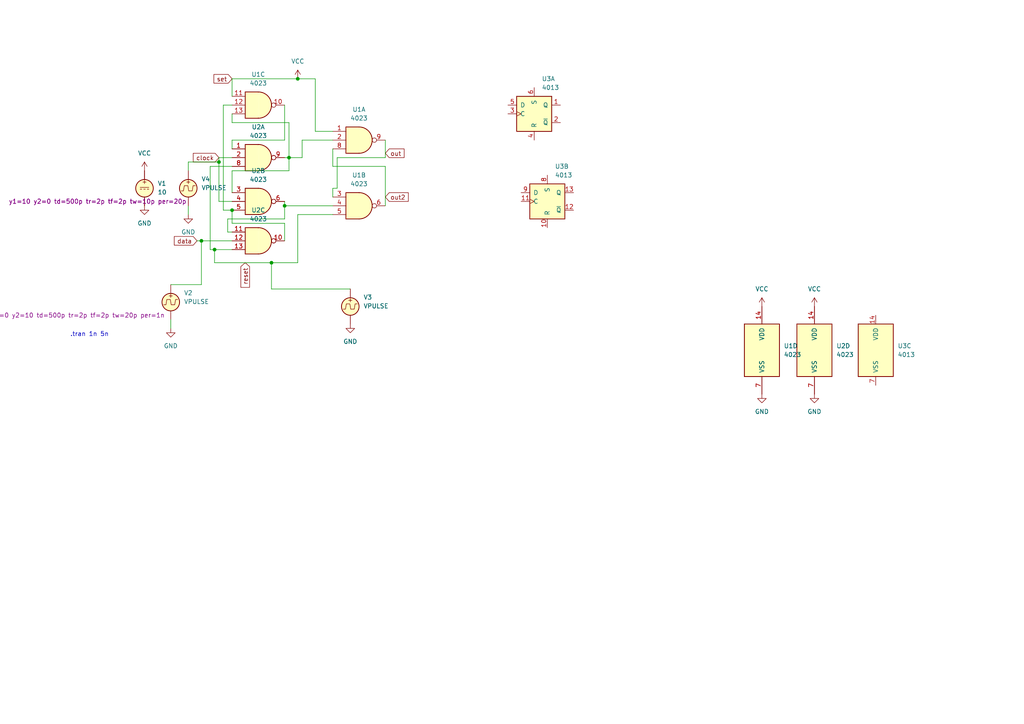
<source format=kicad_sch>
(kicad_sch (version 20230121) (generator eeschema)
  (paper "A4")
  (lib_symbols
    (symbol "4xxx:4013" (pin_names (offset 1.016))
      (property "Reference" "U" (at -7.62 8.89 0))
      (property "Value" "4013" (at -7.62 -8.89 0))
      (symbol "4013_1_1"
        (rectangle (start -5.08 5.08) (end 5.08 -5.08) (stroke (width 0.254)) (fill (type background)))
        (pin output line (at 7.62 2.54 180) (length 2.54) (name "Q") (number "1"))
        (pin output line (at 7.62 -2.54 180) (length 2.54) (name "~{Q}") (number "2"))
        (pin input clock (at -7.62 0 0) (length 2.54) (name "C") (number "3"))
        (pin input line (at 0 -7.62 90) (length 2.54) (name "R") (number "4"))
        (pin input line (at -7.62 2.54 0) (length 2.54) (name "D") (number "5"))
        (pin input line (at 0 7.62 270) (length 2.54) (name "S") (number "6"))
      )
      (symbol "4013_2_1"
        (rectangle (start -5.08 5.08) (end 5.08 -5.08) (stroke (width 0.254)) (fill (type background)))
        (pin input line (at 0 -7.62 90) (length 2.54) (name "R") (number "10"))
        (pin input clock (at -7.62 0 0) (length 2.54) (name "C") (number "11"))
        (pin output line (at 7.62 -2.54 180) (length 2.54) (name "~{Q}") (number "12"))
        (pin output line (at 7.62 2.54 180) (length 2.54) (name "Q") (number "13"))
        (pin input line (at 0 7.62 270) (length 2.54) (name "S") (number "8"))
        (pin input line (at -7.62 2.54 0) (length 2.54) (name "D") (number "9"))
      )
      (symbol "4013_3_0"
        (pin power_in line (at 0 10.16 270) (length 2.54) (name "VDD") (number "14"))
        (pin power_in line (at 0 -10.16 90) (length 2.54) (name "VSS") (number "7"))
      )
      (symbol "4013_3_1"
        (rectangle (start -5.08 7.62) (end 5.08 -7.62) (stroke (width 0.254)) (fill (type background)))
      )
    )
    (symbol "4xxx:4023" (pin_names (offset 1.016))
      (property "Reference" "U" (at 0 1.27 0))
      (property "Value" "4023" (at 0 -1.27 0))
      (symbol "4023_1_1"
        (arc (start 0 -3.81) (mid 3.7934 0) (end 0 3.81) (stroke (width 0.254)) (fill (type background)))
        (polyline (pts (xy 0 3.81) (xy -3.81 3.81) (xy -3.81 -3.81) (xy 0 -3.81)) (stroke (width 0.254)) (fill (type background)))
        (pin input line (at -7.62 2.54 0) (length 3.81) (name "~") (number "1"))
        (pin input line (at -7.62 0 0) (length 3.81) (name "~") (number "2"))
        (pin input line (at -7.62 -2.54 0) (length 3.81) (name "~") (number "8"))
        (pin output inverted (at 7.62 0 180) (length 3.81) (name "~") (number "9"))
      )
      (symbol "4023_1_2"
        (arc (start -3.81 -3.81) (mid -2.589 0) (end -3.81 3.81) (stroke (width 0.254)))
        (arc (start -0.6096 -3.81) (mid 2.1842 -2.5851) (end 3.81 0) (stroke (width 0.254)) (fill (type background)))
        (polyline (pts (xy -3.81 -3.81) (xy -0.635 -3.81)) (stroke (width 0.254)) (fill (type background)))
        (polyline (pts (xy -3.81 3.81) (xy -0.635 3.81)) (stroke (width 0.254)) (fill (type background)))
        (polyline (pts (xy -0.635 3.81) (xy -3.81 3.81) (xy -3.81 3.81) (xy -3.556 3.4036) (xy -3.0226 2.2606) (xy -2.6924 1.0414) (xy -2.6162 -0.254) (xy -2.7686 -1.4986) (xy -3.175 -2.7178) (xy -3.81 -3.81) (xy -3.81 -3.81) (xy -0.635 -3.81)) (stroke (width -25.4)) (fill (type background)))
        (arc (start 3.81 0) (mid 2.1915 2.5936) (end -0.6096 3.81) (stroke (width 0.254)) (fill (type background)))
        (pin input inverted (at -7.62 2.54 0) (length 4.318) (name "~") (number "1"))
        (pin input inverted (at -7.62 0 0) (length 4.953) (name "~") (number "2"))
        (pin input inverted (at -7.62 -2.54 0) (length 4.318) (name "~") (number "8"))
        (pin output line (at 7.62 0 180) (length 3.81) (name "~") (number "9"))
      )
      (symbol "4023_2_1"
        (arc (start 0 -3.81) (mid 3.7934 0) (end 0 3.81) (stroke (width 0.254)) (fill (type background)))
        (polyline (pts (xy 0 3.81) (xy -3.81 3.81) (xy -3.81 -3.81) (xy 0 -3.81)) (stroke (width 0.254)) (fill (type background)))
        (pin input line (at -7.62 2.54 0) (length 3.81) (name "~") (number "3"))
        (pin input line (at -7.62 0 0) (length 3.81) (name "~") (number "4"))
        (pin input line (at -7.62 -2.54 0) (length 3.81) (name "~") (number "5"))
        (pin output inverted (at 7.62 0 180) (length 3.81) (name "~") (number "6"))
      )
      (symbol "4023_2_2"
        (arc (start -3.81 -3.81) (mid -2.589 0) (end -3.81 3.81) (stroke (width 0.254)))
        (arc (start -0.6096 -3.81) (mid 2.1842 -2.5851) (end 3.81 0) (stroke (width 0.254)) (fill (type background)))
        (polyline (pts (xy -3.81 -3.81) (xy -0.635 -3.81)) (stroke (width 0.254)) (fill (type background)))
        (polyline (pts (xy -3.81 3.81) (xy -0.635 3.81)) (stroke (width 0.254)) (fill (type background)))
        (polyline (pts (xy -0.635 3.81) (xy -3.81 3.81) (xy -3.81 3.81) (xy -3.556 3.4036) (xy -3.0226 2.2606) (xy -2.6924 1.0414) (xy -2.6162 -0.254) (xy -2.7686 -1.4986) (xy -3.175 -2.7178) (xy -3.81 -3.81) (xy -3.81 -3.81) (xy -0.635 -3.81)) (stroke (width -25.4)) (fill (type background)))
        (arc (start 3.81 0) (mid 2.1915 2.5936) (end -0.6096 3.81) (stroke (width 0.254)) (fill (type background)))
        (pin input inverted (at -7.62 2.54 0) (length 4.318) (name "~") (number "3"))
        (pin input inverted (at -7.62 0 0) (length 4.953) (name "~") (number "4"))
        (pin input inverted (at -7.62 -2.54 0) (length 4.318) (name "~") (number "5"))
        (pin output line (at 7.62 0 180) (length 3.81) (name "~") (number "6"))
      )
      (symbol "4023_3_1"
        (arc (start 0 -3.81) (mid 3.7934 0) (end 0 3.81) (stroke (width 0.254)) (fill (type background)))
        (polyline (pts (xy 0 3.81) (xy -3.81 3.81) (xy -3.81 -3.81) (xy 0 -3.81)) (stroke (width 0.254)) (fill (type background)))
        (pin output inverted (at 7.62 0 180) (length 3.81) (name "~") (number "10"))
        (pin input line (at -7.62 2.54 0) (length 3.81) (name "~") (number "11"))
        (pin input line (at -7.62 0 0) (length 3.81) (name "~") (number "12"))
        (pin input line (at -7.62 -2.54 0) (length 3.81) (name "~") (number "13"))
      )
      (symbol "4023_3_2"
        (arc (start -3.81 -3.81) (mid -2.589 0) (end -3.81 3.81) (stroke (width 0.254)))
        (arc (start -0.6096 -3.81) (mid 2.1842 -2.5851) (end 3.81 0) (stroke (width 0.254)) (fill (type background)))
        (polyline (pts (xy -3.81 -3.81) (xy -0.635 -3.81)) (stroke (width 0.254)) (fill (type background)))
        (polyline (pts (xy -3.81 3.81) (xy -0.635 3.81)) (stroke (width 0.254)) (fill (type background)))
        (polyline (pts (xy -0.635 3.81) (xy -3.81 3.81) (xy -3.81 3.81) (xy -3.556 3.4036) (xy -3.0226 2.2606) (xy -2.6924 1.0414) (xy -2.6162 -0.254) (xy -2.7686 -1.4986) (xy -3.175 -2.7178) (xy -3.81 -3.81) (xy -3.81 -3.81) (xy -0.635 -3.81)) (stroke (width -25.4)) (fill (type background)))
        (arc (start 3.81 0) (mid 2.1915 2.5936) (end -0.6096 3.81) (stroke (width 0.254)) (fill (type background)))
        (pin output line (at 7.62 0 180) (length 3.81) (name "~") (number "10"))
        (pin input inverted (at -7.62 2.54 0) (length 4.318) (name "~") (number "11"))
        (pin input inverted (at -7.62 0 0) (length 4.953) (name "~") (number "12"))
        (pin input inverted (at -7.62 -2.54 0) (length 4.318) (name "~") (number "13"))
      )
      (symbol "4023_4_0"
        (pin power_in line (at 0 12.7 270) (length 5.08) (name "VDD") (number "14"))
        (pin power_in line (at 0 -12.7 90) (length 5.08) (name "VSS") (number "7"))
      )
      (symbol "4023_4_1"
        (rectangle (start -5.08 7.62) (end 5.08 -7.62) (stroke (width 0.254)) (fill (type background)))
      )
    )
    (symbol "Simulation_SPICE:VDC" (pin_numbers hide) (pin_names (offset 0.0254))
      (property "Reference" "V" (at 2.54 2.54 0))
      (property "Value" "1" (at 2.54 0 0))
      (symbol "VDC_0_0"
        (polyline (pts (xy -1.27 0.254) (xy 1.27 0.254)))
        (polyline (pts (xy -0.762 -0.254) (xy -1.27 -0.254)))
        (polyline (pts (xy 0.254 -0.254) (xy -0.254 -0.254)))
        (polyline (pts (xy 1.27 -0.254) (xy 0.762 -0.254)))
        (text "+" (at 0 1.905 0) (effects (font (size 1.27 1.27))))
      )
      (symbol "VDC_0_1"
        (circle (center 0 0) (radius 2.54) (stroke (width 0.254)) (fill (type background)))
      )
      (symbol "VDC_1_1"
        (pin passive line (at 0 5.08 270) (length 2.54) (name "~") (number "1"))
        (pin passive line (at 0 -5.08 90) (length 2.54) (name "~") (number "2"))
      )
    )
    (symbol "Simulation_SPICE:VPULSE" (pin_numbers hide) (pin_names (offset 0.0254))
      (property "Reference" "V" (at 2.54 2.54 0))
      (property "Value" "VPULSE" (at 2.54 0 0))
      (property "Sim.Params" "y1=0 y2=1 td=2n tr=2n tf=2n tw=50n per=100n" (at 2.54 -2.54 0))
      (symbol "VPULSE_0_0"
        (polyline (pts (xy -2.032 -0.762) (xy -1.397 -0.762) (xy -1.143 0.762) (xy -0.127 0.762) (xy 0.127 -0.762) (xy 1.143 -0.762) (xy 1.397 0.762) (xy 2.032 0.762)))
        (text "+" (at 0 1.905 0) (effects (font (size 1.27 1.27))))
      )
      (symbol "VPULSE_0_1"
        (circle (center 0 0) (radius 2.54) (stroke (width 0.254)) (fill (type background)))
      )
      (symbol "VPULSE_1_1"
        (pin passive line (at 0 5.08 270) (length 2.54) (name "~") (number "1"))
        (pin passive line (at 0 -5.08 90) (length 2.54) (name "~") (number "2"))
      )
    )
    (symbol "power:GND" (power) (pin_names (offset 0))
      (property "Value" "GND" (at 0 -3.81 0))
      (symbol "GND_0_1"
        (polyline (pts (xy 0 0) (xy 0 -1.27) (xy 1.27 -1.27) (xy 0 -2.54) (xy -1.27 -1.27) (xy 0 -1.27)))
      )
      (symbol "GND_1_1"
        (pin power_in line (at 0 0 270) (length 0) hide (name "GND") (number "1"))
      )
    )
    (symbol "power:VCC" (power) (pin_names (offset 0))
      (property "Value" "VCC" (at 0 3.81 0))
      (symbol "VCC_0_1"
        (polyline (pts (xy -0.762 1.27) (xy 0 2.54)))
        (polyline (pts (xy 0 0) (xy 0 2.54)))
        (polyline (pts (xy 0 2.54) (xy 0.762 1.27)))
      )
      (symbol "VCC_1_1"
        (pin power_in line (at 0 0 90) (length 0) hide (name "VCC") (number "1"))
      )
    )
  )
  (junction (at 67.31 60.96))
  (junction (at 86.36 22.86))
  (junction (at 82.55 59.69))
  (junction (at 63.5 46.99))
  (junction (at 62.23 72.39))
  (junction (at 83.82 45.72))
  (junction (at 78.74 76.2))
  (junction (at 58.42 69.85))
  (wire (pts (xy 78.74 83.82) (xy 101.6 83.82)))
  (wire (pts (xy 60.96 48.26) (xy 60.96 72.39)))
  (wire (pts (xy 83.82 49.53) (xy 83.82 45.72)))
  (wire (pts (xy 64.77 60.96) (xy 67.31 60.96)))
  (wire (pts (xy 57.15 69.85) (xy 58.42 69.85)))
  (wire (pts (xy 82.55 59.69) (xy 96.52 59.69)))
  (wire (pts (xy 82.55 69.85) (xy 82.55 64.77)))
  (wire (pts (xy 111.76 40.64) (xy 111.76 45.72)))
  (wire (pts (xy 60.96 72.39) (xy 62.23 72.39)))
  (wire (pts (xy 66.04 67.31) (xy 67.31 67.31)))
  (wire (pts (xy 97.79 45.72) (xy 97.79 54.61)))
  (wire (pts (xy 96.52 40.64) (xy 87.63 40.64)))
  (wire (pts (xy 54.61 46.99) (xy 63.5 46.99)))
  (wire (pts (xy 54.61 49.53) (xy 54.61 46.99)))
  (wire (pts (xy 67.31 48.26) (xy 60.96 48.26)))
  (wire (pts (xy 54.61 59.69) (xy 54.61 62.23)))
  (wire (pts (xy 67.31 30.48) (xy 64.77 30.48)))
  (wire (pts (xy 91.44 38.1) (xy 91.44 22.86)))
  (wire (pts (xy 67.31 35.56) (xy 67.31 33.02)))
  (wire (pts (xy 82.55 63.5) (xy 66.04 63.5)))
  (wire (pts (xy 86.36 62.23) (xy 96.52 62.23)))
  (wire (pts (xy 82.55 30.48) (xy 82.55 40.64)))
  (wire (pts (xy 58.42 69.85) (xy 67.31 69.85)))
  (wire (pts (xy 67.31 40.64) (xy 67.31 43.18)))
  (wire (pts (xy 62.23 72.39) (xy 67.31 72.39)))
  (wire (pts (xy 62.23 72.39) (xy 62.23 76.2)))
  (wire (pts (xy 64.77 30.48) (xy 64.77 60.96)))
  (wire (pts (xy 63.5 45.72) (xy 67.31 45.72)))
  (wire (pts (xy 87.63 45.72) (xy 83.82 45.72)))
  (wire (pts (xy 49.53 82.55) (xy 58.42 82.55)))
  (wire (pts (xy 66.04 63.5) (xy 66.04 67.31)))
  (wire (pts (xy 67.31 22.86) (xy 67.31 27.94)))
  (wire (pts (xy 67.31 49.53) (xy 83.82 49.53)))
  (wire (pts (xy 87.63 40.64) (xy 87.63 45.72)))
  (wire (pts (xy 96.52 38.1) (xy 91.44 38.1)))
  (wire (pts (xy 82.55 58.42) (xy 82.55 59.69)))
  (wire (pts (xy 49.53 95.25) (xy 49.53 92.71)))
  (wire (pts (xy 78.74 76.2) (xy 62.23 76.2)))
  (wire (pts (xy 82.55 59.69) (xy 82.55 63.5)))
  (wire (pts (xy 63.5 58.42) (xy 63.5 46.99)))
  (wire (pts (xy 86.36 62.23) (xy 86.36 76.2)))
  (wire (pts (xy 86.36 76.2) (xy 78.74 76.2)))
  (wire (pts (xy 82.55 40.64) (xy 67.31 40.64)))
  (wire (pts (xy 111.76 45.72) (xy 97.79 45.72)))
  (wire (pts (xy 67.31 64.77) (xy 67.31 60.96)))
  (wire (pts (xy 86.36 22.86) (xy 67.31 22.86)))
  (wire (pts (xy 96.52 54.61) (xy 96.52 57.15)))
  (wire (pts (xy 82.55 64.77) (xy 67.31 64.77)))
  (wire (pts (xy 111.76 48.26) (xy 96.52 48.26)))
  (wire (pts (xy 82.55 45.72) (xy 83.82 45.72)))
  (wire (pts (xy 78.74 83.82) (xy 78.74 76.2)))
  (wire (pts (xy 67.31 58.42) (xy 63.5 58.42)))
  (wire (pts (xy 58.42 82.55) (xy 58.42 69.85)))
  (wire (pts (xy 97.79 54.61) (xy 96.52 54.61)))
  (wire (pts (xy 63.5 46.99) (xy 63.5 45.72)))
  (wire (pts (xy 111.76 59.69) (xy 111.76 48.26)))
  (wire (pts (xy 83.82 35.56) (xy 67.31 35.56)))
  (wire (pts (xy 67.31 55.88) (xy 67.31 49.53)))
  (wire (pts (xy 96.52 48.26) (xy 96.52 43.18)))
  (wire (pts (xy 91.44 22.86) (xy 86.36 22.86)))
  (wire (pts (xy 83.82 45.72) (xy 83.82 35.56)))
  (text ".tran 1n 5n\n" (at 20.32 97.79 0) (effects (font (size 1.27 1.27)) (justify left bottom)))
  (global_label "reset" (shape input) (at 71.12 76.2 270) (property "Intersheetrefs" "${INTERSHEET_REFS}" (effects hide)))
  (global_label "out2" (shape input) (at 111.76 57.15 0) (property "Intersheetrefs" "${INTERSHEET_REFS}" (effects hide)))
  (global_label "out" (shape input) (at 111.76 44.45 0) (property "Intersheetrefs" "${INTERSHEET_REFS}" (effects hide)))
  (global_label "clock" (shape input) (at 63.5 45.72 180) (property "Intersheetrefs" "${INTERSHEET_REFS}" (effects hide)))
  (global_label "data" (shape input) (at 57.15 69.85 180) (property "Intersheetrefs" "${INTERSHEET_REFS}" (effects hide)))
  (global_label "set" (shape input) (at 67.31 22.86 180) (property "Intersheetrefs" "${INTERSHEET_REFS}" (effects hide)))
  (symbol (lib_id "4xxx:4023") (at 74.93 30.48 0) (unit 3)
    (property "Reference" "U1" (at 74.9217 21.59 0))
    (property "Value" "4023" (at 74.9217 24.13 0))
    (property "Datasheet" "http://www.intersil.com/content/dam/Intersil/documents/cd40/cd4011bms-12bms-23bms.pdf" (effects hide))
    (property "Sim.Library" "/home/kreijstal/git/elektronik-praktikum/5Te-Labor/5.3/test/4081.dual.lib" (effects hide))
    (property "Sim.Name" "nand3x3" (effects hide))
    (property "Sim.Device" "SUBCKT" (effects hide))
    (property "Sim.Pins" "1=A1 2=B1 3=A2 4=B2 5=C2 6=Y2 7=VSS 8=C1 9=Y1 10=Y3 11=A3 12=B3 13=C3 14=VDD" (effects hide))
  )
  (symbol (lib_id "power:VCC") (at 41.91 49.53 0) (unit 1)
    (property "Reference" "#PWR02" (effects hide))
    (property "Value" "VCC" (at 41.91 44.45 0))
  )
  (symbol (lib_id "Simulation_SPICE:VPULSE") (at 101.6 88.9 0) (unit 1)
    (property "Reference" "V3" (at 105.41 86.2302 0) (effects (justify left)))
    (property "Value" "VPULSE" (at 105.41 88.7702 0) (effects (justify left)))
    (property "Sim.Pins" "1=+ 2=-" (effects hide))
    (property "Sim.Type" "PULSE" (effects hide))
    (property "Sim.Device" "V" (effects hide))
    (property "Sim.Params" "y1=10 y2=0 td=20p tr=2p tf=2p tw=5p per=1n" (effects hide))
  )
  (symbol (lib_id "Simulation_SPICE:VDC") (at 41.91 54.61 0) (unit 1)
    (property "Reference" "V1" (at 45.72 53.2102 0) (effects (justify left)))
    (property "Value" "10" (at 45.72 55.7502 0) (effects (justify left)))
    (property "Sim.Pins" "1=+ 2=-" (effects hide))
    (property "Sim.Type" "DC" (effects hide))
    (property "Sim.Device" "V" (effects hide))
  )
  (symbol (lib_id "power:VCC") (at 236.22 88.9 0) (unit 1)
    (property "Reference" "#PWR07" (effects hide))
    (property "Value" "VCC" (at 236.22 83.82 0))
  )
  (symbol (lib_id "Simulation_SPICE:VPULSE") (at 49.53 87.63 0) (unit 1)
    (property "Reference" "V2" (at 53.34 84.9602 0) (effects (justify left)))
    (property "Value" "VPULSE" (at 53.34 87.5002 0) (effects (justify left)))
    (property "Sim.Pins" "1=+ 2=-" (effects hide))
    (property "Sim.Type" "PULSE" (effects hide))
    (property "Sim.Device" "V" (effects hide))
    (property "Sim.Params" "y1=0 y2=10 td=500p tr=2p tf=2p tw=20p per=1n" (at -2.54 91.44 0) (effects (justify left)))
  )
  (symbol (lib_id "4xxx:4013") (at 154.94 33.02 0) (unit 1)
    (property "Reference" "U3" (at 157.1341 22.86 0) (effects (justify left)))
    (property "Value" "4013" (at 157.1341 25.4 0) (effects (justify left)))
    (property "Datasheet" "http://www.onsemi.com/pub/Collateral/MC14013B-D.PDF" (effects hide))
    (property "Sim.Library" "/home/kreijstal/git/elektronik-praktikum/5Te-Labor/5.3/test/4081.dual.lib" (effects hide))
    (property "Sim.Name" "CD4013Bm" (effects hide))
    (property "Sim.Device" "SUBCKT" (effects hide))
    (property "Sim.Pins" "1=Q1 2=Q1N 3=CLOCK1 4=RESET1 5=D1 6=SET1 7=VSS 8=SET2 9=D2 10=RESET2 11=CLOCK2 12=Q2N 13=Q2 14=VDD" (effects hide))
  )
  (symbol (lib_id "power:GND") (at 220.98 114.3 0) (unit 1)
    (property "Reference" "#PWR010" (effects hide))
    (property "Value" "GND" (at 220.98 119.38 0))
  )
  (symbol (lib_id "4xxx:4013") (at 158.75 58.42 0) (unit 2)
    (property "Reference" "U3" (at 160.9441 48.26 0) (effects (justify left)))
    (property "Value" "4013" (at 160.9441 50.8 0) (effects (justify left)))
    (property "Datasheet" "http://www.onsemi.com/pub/Collateral/MC14013B-D.PDF" (effects hide))
    (property "Sim.Library" "/home/kreijstal/git/elektronik-praktikum/5Te-Labor/5.3/test/4081.dual.lib" (effects hide))
    (property "Sim.Name" "CD4013Bm" (effects hide))
    (property "Sim.Device" "SUBCKT" (effects hide))
    (property "Sim.Pins" "1=Q1 2=Q1N 3=CLOCK1 4=RESET1 5=D1 6=SET1 7=VSS 8=SET2 9=D2 10=RESET2 11=CLOCK2 12=Q2N 13=Q2 14=VDD" (effects hide))
  )
  (symbol (lib_id "4xxx:4023") (at 74.93 58.42 0) (unit 2)
    (property "Reference" "U2" (at 74.9217 49.53 0))
    (property "Value" "4023" (at 74.9217 52.07 0))
    (property "Datasheet" "http://www.intersil.com/content/dam/Intersil/documents/cd40/cd4011bms-12bms-23bms.pdf" (effects hide))
    (property "Sim.Library" "/home/kreijstal/git/elektronik-praktikum/5Te-Labor/5.3/test/4081.dual.lib" (effects hide))
    (property "Sim.Name" "nand3x3" (effects hide))
    (property "Sim.Device" "SUBCKT" (effects hide))
    (property "Sim.Pins" "1=A1 2=B1 3=A2 4=B2 5=C2 6=Y2 7=VSS 8=C1 9=Y1 10=Y3 11=A3 12=B3 13=C3 14=VDD" (effects hide))
  )
  (symbol (lib_id "4xxx:4023") (at 104.14 40.64 0) (unit 1)
    (property "Reference" "U1" (at 104.1317 31.75 0))
    (property "Value" "4023" (at 104.1317 34.29 0))
    (property "Datasheet" "http://www.intersil.com/content/dam/Intersil/documents/cd40/cd4011bms-12bms-23bms.pdf" (effects hide))
    (property "Sim.Library" "/home/kreijstal/git/elektronik-praktikum/5Te-Labor/5.3/test/4081.dual.lib" (effects hide))
    (property "Sim.Name" "nand3x3" (effects hide))
    (property "Sim.Device" "SUBCKT" (effects hide))
    (property "Sim.Pins" "1=A1 2=B1 3=A2 4=B2 5=C2 6=Y2 7=VSS 8=C1 9=Y1 10=Y3 11=A3 12=B3 13=C3 14=VDD" (effects hide))
  )
  (symbol (lib_id "4xxx:4023") (at 220.98 101.6 0) (unit 4)
    (property "Reference" "U1" (at 227.33 100.33 0) (effects (justify left)))
    (property "Value" "4023" (at 227.33 102.87 0) (effects (justify left)))
    (property "Datasheet" "http://www.intersil.com/content/dam/Intersil/documents/cd40/cd4011bms-12bms-23bms.pdf" (effects hide))
    (property "Sim.Library" "/home/kreijstal/git/elektronik-praktikum/5Te-Labor/5.3/test/4081.dual.lib" (effects hide))
    (property "Sim.Name" "nand3x3" (effects hide))
    (property "Sim.Device" "SUBCKT" (effects hide))
    (property "Sim.Pins" "1=A1 2=B1 3=A2 4=B2 5=C2 6=Y2 7=VSS 8=C1 9=Y1 10=Y3 11=A3 12=B3 13=C3 14=VDD" (effects hide))
  )
  (symbol (lib_id "4xxx:4013") (at 254 101.6 0) (unit 3)
    (property "Reference" "U3" (at 260.35 100.33 0) (effects (justify left)))
    (property "Value" "4013" (at 260.35 102.87 0) (effects (justify left)))
    (property "Datasheet" "http://www.onsemi.com/pub/Collateral/MC14013B-D.PDF" (effects hide))
    (property "Sim.Library" "/home/kreijstal/git/elektronik-praktikum/5Te-Labor/5.3/test/4081.dual.lib" (effects hide))
    (property "Sim.Name" "CD4013Bm" (effects hide))
    (property "Sim.Device" "SUBCKT" (effects hide))
    (property "Sim.Pins" "1=Q1 2=Q1N 3=CLOCK1 4=RESET1 5=D1 6=SET1 7=VSS 8=SET2 9=D2 10=RESET2 11=CLOCK2 12=Q2N 13=Q2 14=VDD" (effects hide))
  )
  (symbol (lib_id "4xxx:4023") (at 74.93 69.85 0) (unit 3)
    (property "Reference" "U2" (at 74.9217 60.96 0))
    (property "Value" "4023" (at 74.9217 63.5 0))
    (property "Datasheet" "http://www.intersil.com/content/dam/Intersil/documents/cd40/cd4011bms-12bms-23bms.pdf" (effects hide))
    (property "Sim.Library" "/home/kreijstal/git/elektronik-praktikum/5Te-Labor/5.3/test/4081.dual.lib" (effects hide))
    (property "Sim.Name" "nand3x3" (effects hide))
    (property "Sim.Device" "SUBCKT" (effects hide))
    (property "Sim.Pins" "1=A1 2=B1 3=A2 4=B2 5=C2 6=Y2 7=VSS 8=C1 9=Y1 10=Y3 11=A3 12=B3 13=C3 14=VDD" (effects hide))
  )
  (symbol (lib_id "power:GND") (at 49.53 95.25 0) (unit 1)
    (property "Reference" "#PWR05" (effects hide))
    (property "Value" "GND" (at 49.53 100.33 0))
  )
  (symbol (lib_id "power:VCC") (at 86.36 22.86 0) (unit 1)
    (property "Reference" "#PWR04" (effects hide))
    (property "Value" "VCC" (at 86.36 17.78 0))
  )
  (symbol (lib_id "power:GND") (at 41.91 59.69 0) (unit 1)
    (property "Reference" "#PWR01" (effects hide))
    (property "Value" "GND" (at 41.91 64.77 0))
  )
  (symbol (lib_id "power:VCC") (at 220.98 88.9 0) (unit 1)
    (property "Reference" "#PWR08" (effects hide))
    (property "Value" "VCC" (at 220.98 83.82 0))
  )
  (symbol (lib_id "power:GND") (at 101.6 93.98 0) (unit 1)
    (property "Reference" "#PWR06" (effects hide))
    (property "Value" "GND" (at 101.6 99.06 0))
  )
  (symbol (lib_id "4xxx:4023") (at 74.93 45.72 0) (unit 1)
    (property "Reference" "U2" (at 74.9217 36.83 0))
    (property "Value" "4023" (at 74.9217 39.37 0))
    (property "Datasheet" "http://www.intersil.com/content/dam/Intersil/documents/cd40/cd4011bms-12bms-23bms.pdf" (effects hide))
    (property "Sim.Library" "/home/kreijstal/git/elektronik-praktikum/5Te-Labor/5.3/test/4081.dual.lib" (effects hide))
    (property "Sim.Name" "nand3x3" (effects hide))
    (property "Sim.Device" "SUBCKT" (effects hide))
    (property "Sim.Pins" "1=A1 2=B1 3=A2 4=B2 5=C2 6=Y2 7=VSS 8=C1 9=Y1 10=Y3 11=A3 12=B3 13=C3 14=VDD" (effects hide))
  )
  (symbol (lib_id "power:GND") (at 54.61 62.23 0) (unit 1)
    (property "Reference" "#PWR03" (effects hide))
    (property "Value" "GND" (at 54.61 67.31 0))
  )
  (symbol (lib_id "4xxx:4023") (at 104.14 59.69 0) (unit 2)
    (property "Reference" "U1" (at 104.1317 50.8 0))
    (property "Value" "4023" (at 104.1317 53.34 0))
    (property "Datasheet" "http://www.intersil.com/content/dam/Intersil/documents/cd40/cd4011bms-12bms-23bms.pdf" (effects hide))
    (property "Sim.Library" "/home/kreijstal/git/elektronik-praktikum/5Te-Labor/5.3/test/4081.dual.lib" (effects hide))
    (property "Sim.Name" "nand3x3" (effects hide))
    (property "Sim.Device" "SUBCKT" (effects hide))
    (property "Sim.Pins" "1=A1 2=B1 3=A2 4=B2 5=C2 6=Y2 7=VSS 8=C1 9=Y1 10=Y3 11=A3 12=B3 13=C3 14=VDD" (effects hide))
  )
  (symbol (lib_id "Simulation_SPICE:VPULSE") (at 54.61 54.61 0) (unit 1)
    (property "Reference" "V4" (at 58.42 51.9402 0) (effects (justify left)))
    (property "Value" "VPULSE" (at 58.42 54.4802 0) (effects (justify left)))
    (property "Sim.Pins" "1=+ 2=-" (effects hide))
    (property "Sim.Type" "PULSE" (effects hide))
    (property "Sim.Device" "V" (effects hide))
    (property "Sim.Params" "y1=10 y2=0 td=500p tr=2p tf=2p tw=10p per=20p" (at 2.54 58.42 0) (effects (justify left)))
  )
  (symbol (lib_id "power:GND") (at 236.22 114.3 0) (unit 1)
    (property "Reference" "#PWR09" (effects hide))
    (property "Value" "GND" (at 236.22 119.38 0))
  )
  (symbol (lib_id "4xxx:4023") (at 236.22 101.6 0) (unit 4)
    (property "Reference" "U2" (at 242.57 100.33 0) (effects (justify left)))
    (property "Value" "4023" (at 242.57 102.87 0) (effects (justify left)))
    (property "Datasheet" "http://www.intersil.com/content/dam/Intersil/documents/cd40/cd4011bms-12bms-23bms.pdf" (effects hide))
    (property "Sim.Library" "/home/kreijstal/git/elektronik-praktikum/5Te-Labor/5.3/test/4081.dual.lib" (effects hide))
    (property "Sim.Name" "nand3x3" (effects hide))
    (property "Sim.Device" "SUBCKT" (effects hide))
    (property "Sim.Pins" "1=A1 2=B1 3=A2 4=B2 5=C2 6=Y2 7=VSS 8=C1 9=Y1 10=Y3 11=A3 12=B3 13=C3 14=VDD" (effects hide))
  )
)
</source>
